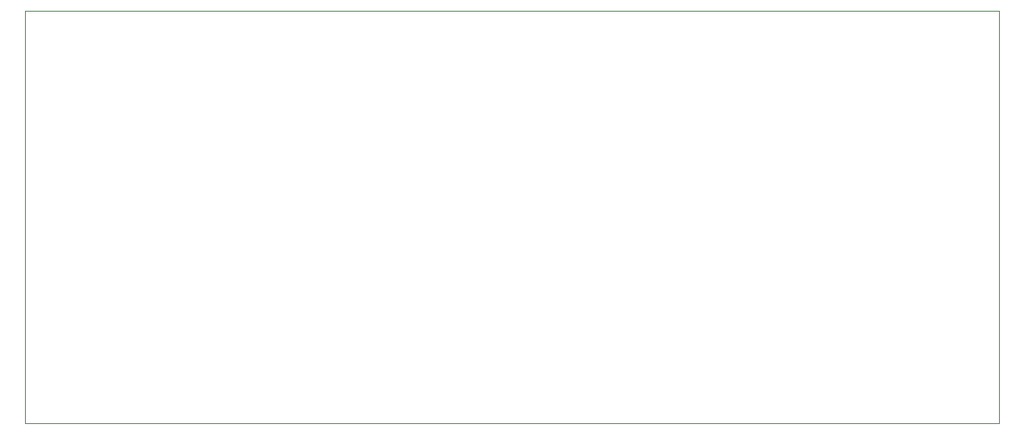
<source format=gbr>
%TF.GenerationSoftware,KiCad,Pcbnew,7.0.7*%
%TF.CreationDate,2023-09-22T00:24:37-06:00*%
%TF.ProjectId,Basic_Diff_Probe,42617369-635f-4446-9966-665f50726f62,1*%
%TF.SameCoordinates,Original*%
%TF.FileFunction,Profile,NP*%
%FSLAX46Y46*%
G04 Gerber Fmt 4.6, Leading zero omitted, Abs format (unit mm)*
G04 Created by KiCad (PCBNEW 7.0.7) date 2023-09-22 00:24:37*
%MOMM*%
%LPD*%
G01*
G04 APERTURE LIST*
%TA.AperFunction,Profile*%
%ADD10C,0.100000*%
%TD*%
G04 APERTURE END LIST*
D10*
X93000000Y-87000000D02*
X192000000Y-87000000D01*
X93000000Y-87000000D02*
X93000000Y-129000000D01*
X93000000Y-129000000D02*
X192000000Y-129000000D01*
X192000000Y-87000000D02*
X192000000Y-129000000D01*
M02*

</source>
